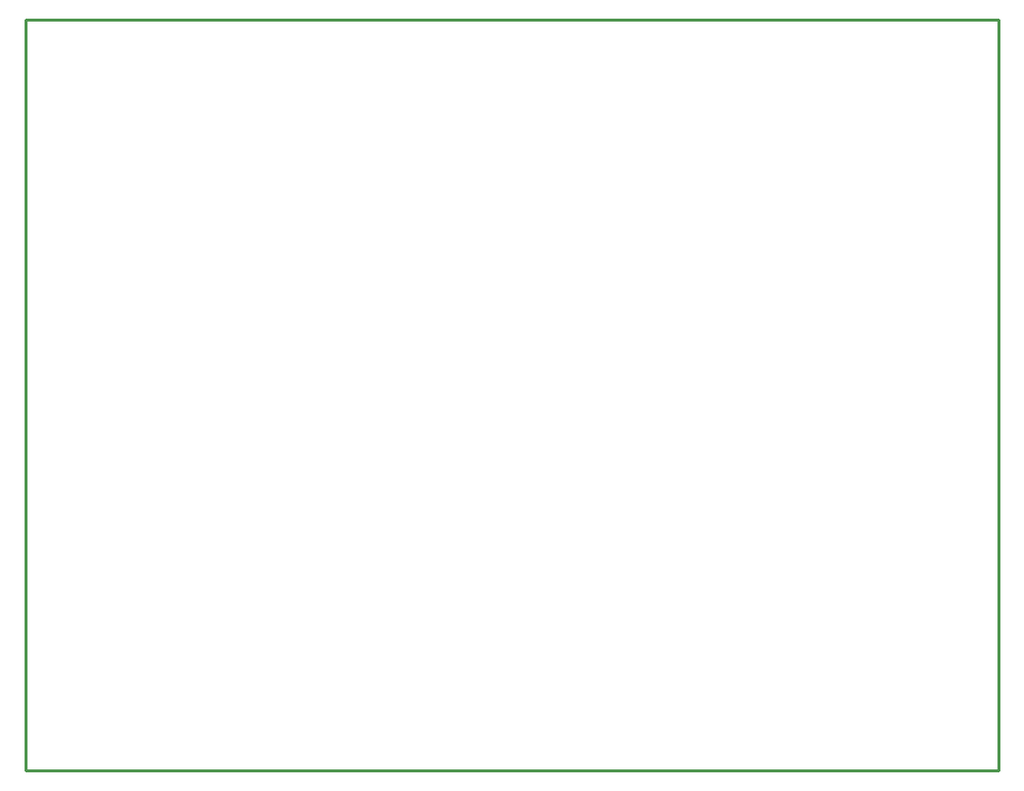
<source format=gbr>
G04 EAGLE Gerber X2 export*
%TF.Part,Single*%
%TF.FileFunction,Profile,NP*%
%TF.FilePolarity,Positive*%
%TF.GenerationSoftware,Autodesk,EAGLE,9.6.2*%
%TF.CreationDate,2020-09-24T16:39:13Z*%
G75*
%MOMM*%
%FSLAX34Y34*%
%LPD*%
%IN*%
%AMOC8*
5,1,8,0,0,1.08239X$1,22.5*%
G01*
%ADD10C,0.254000*%


D10*
X0Y0D02*
X838710Y0D01*
X838710Y647700D01*
X0Y647700D01*
X0Y0D01*
M02*

</source>
